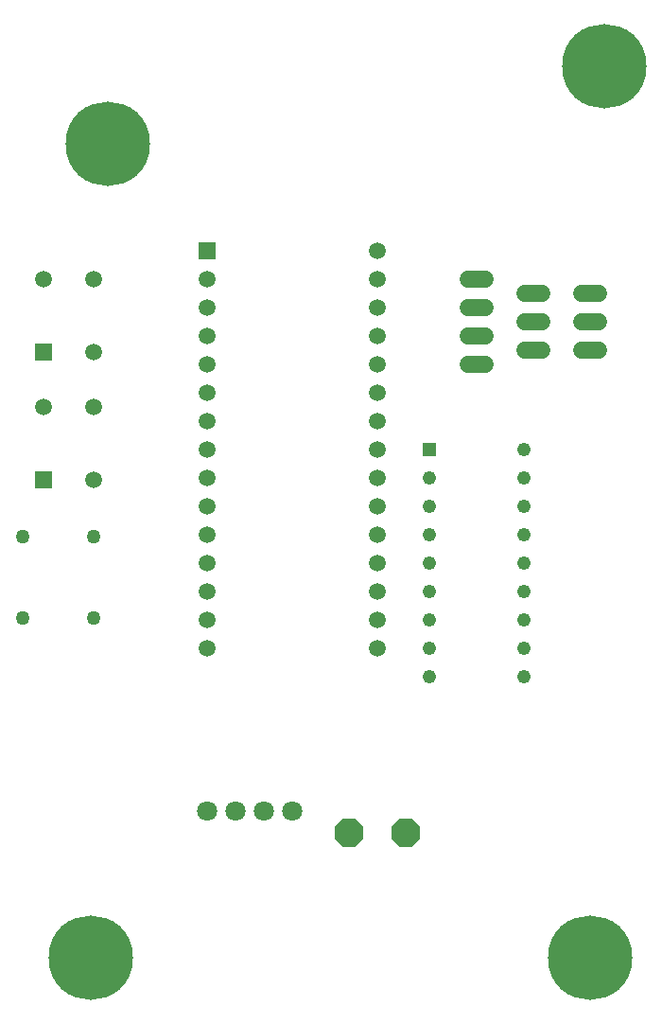
<source format=gbr>
G04 EAGLE Gerber RS-274X export*
G75*
%MOMM*%
%FSLAX34Y34*%
%LPD*%
%INBottom Copper*%
%IPPOS*%
%AMOC8*
5,1,8,0,0,1.08239X$1,22.5*%
G01*
G04 Define Apertures*
%ADD10C,1.524000*%
%ADD11P,2.74927X8X22.5*%
%ADD12C,1.260000*%
%ADD13R,1.498600X1.498600*%
%ADD14C,1.498600*%
%ADD15C,1.800000*%
%ADD16R,1.228000X1.228000*%
%ADD17C,1.228000*%
%ADD18R,1.508000X1.508000*%
%ADD19C,1.508000*%
%ADD20C,7.550000*%
D10*
X970280Y749300D02*
X985520Y749300D01*
X985520Y723900D02*
X970280Y723900D01*
X970280Y698500D02*
X985520Y698500D01*
X985520Y673100D02*
X970280Y673100D01*
D11*
X863600Y254000D03*
X914400Y254000D03*
D12*
X571500Y446400D03*
X571500Y518800D03*
X635000Y446400D03*
X635000Y518800D03*
D13*
X590042Y684276D03*
D14*
X635000Y684276D03*
X635000Y749300D03*
X590042Y749300D03*
D13*
X590042Y569976D03*
D14*
X635000Y569976D03*
X635000Y635000D03*
X590042Y635000D03*
D15*
X736600Y273160D03*
X812800Y273160D03*
X787400Y273160D03*
X762000Y273160D03*
D16*
X935400Y596900D03*
D17*
X935400Y571500D03*
X935400Y546100D03*
X935400Y520700D03*
X935400Y495300D03*
X935400Y469900D03*
X935400Y444500D03*
X935400Y419100D03*
X935400Y393700D03*
X1020400Y393700D03*
X1020400Y419100D03*
X1020400Y444500D03*
X1020400Y469900D03*
X1020400Y495300D03*
X1020400Y520700D03*
X1020400Y546100D03*
X1020400Y571500D03*
X1020400Y596900D03*
D18*
X736600Y774700D03*
D19*
X736600Y749300D03*
X736600Y723900D03*
X736600Y698500D03*
X736600Y673100D03*
X736600Y647700D03*
X736600Y622300D03*
X736600Y596900D03*
X736600Y571500D03*
X736600Y546100D03*
X736600Y520700D03*
X736600Y495300D03*
X736600Y469900D03*
X736600Y444500D03*
X736600Y419100D03*
X889000Y419100D03*
X889000Y444500D03*
X889000Y469900D03*
X889000Y495300D03*
X889000Y520700D03*
X889000Y546100D03*
X889000Y571500D03*
X889000Y596900D03*
X889000Y622300D03*
X889000Y647700D03*
X889000Y673100D03*
X889000Y698500D03*
X889000Y723900D03*
X889000Y749300D03*
X889000Y774700D03*
D10*
X1021080Y736600D02*
X1036320Y736600D01*
X1036320Y711200D02*
X1021080Y711200D01*
X1021080Y685800D02*
X1036320Y685800D01*
X1071880Y736600D02*
X1087120Y736600D01*
X1087120Y711200D02*
X1071880Y711200D01*
X1071880Y685800D02*
X1087120Y685800D01*
D20*
X632110Y142590D03*
X1079500Y142590D03*
X1092200Y939800D03*
X647700Y870110D03*
M02*

</source>
